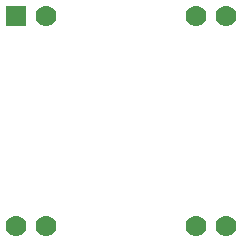
<source format=gbr>
G04 #@! TF.FileFunction,Soldermask,Top*
%FSLAX46Y46*%
G04 Gerber Fmt 4.6, Leading zero omitted, Abs format (unit mm)*
G04 Created by KiCad (PCBNEW 4.0.7-e2-6376~61~ubuntu18.04.1) date Fri Aug 17 14:34:15 2018*
%MOMM*%
%LPD*%
G01*
G04 APERTURE LIST*
%ADD10C,0.100000*%
%ADD11R,1.778000X1.778000*%
%ADD12C,1.778000*%
G04 APERTURE END LIST*
D10*
D11*
X139611100Y-96113600D03*
D12*
X142151100Y-96113600D03*
X154851100Y-96113600D03*
X157391100Y-96113600D03*
X139611100Y-113893600D03*
X142151100Y-113893600D03*
X154851100Y-113893600D03*
X157391100Y-113893600D03*
M02*

</source>
